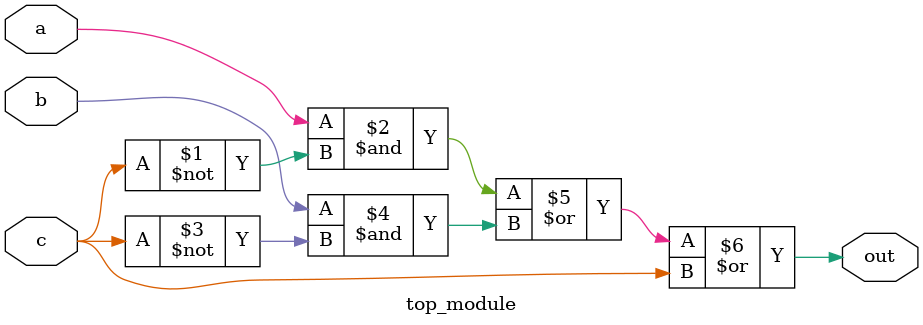
<source format=v>
module top_module(
    input a,
    input b,
    input c,
    output out  ); 

    assign out = a&(~c) | b&(~c) | c;
endmodule
 /*
    out = (a&(~c) | b&(~c) | c) = (a | b | c);
 */
</source>
